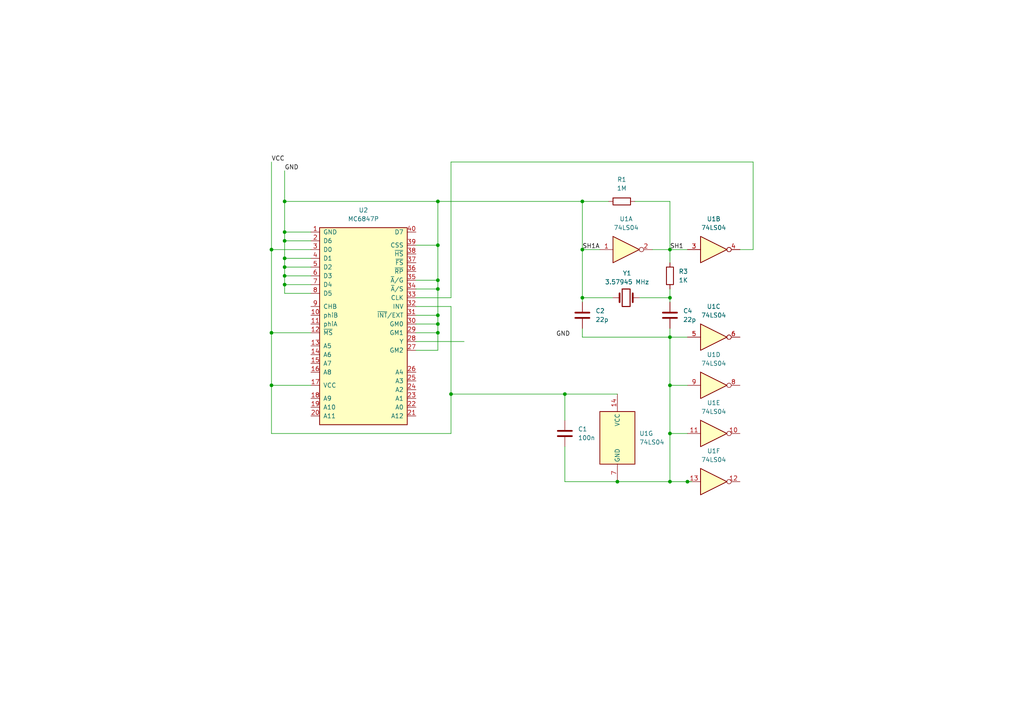
<source format=kicad_sch>
(kicad_sch (version 20231120) (generator "eeschema") (generator_version "8.0")
  (paper "A4")
  (lib_symbols
    (symbol "74xx:74LS04"
      (property "Reference" "U" (at 0 1.27 0))
      (property "Value" "74LS04" (at 0 -1.27 0))
      (symbol "74LS04_1_0"
        (polyline (pts (xy -3.81 3.81) (xy -3.81 -3.81) (xy 3.81 0) (xy -3.81 3.81)) (stroke (width 0.254)) (fill (type background)))
        (pin input line (at -7.62 0 0) (length 3.81) (name "~") (number "1"))
        (pin output inverted (at 7.62 0 180) (length 3.81) (name "~") (number "2"))
      )
      (symbol "74LS04_2_0"
        (polyline (pts (xy -3.81 3.81) (xy -3.81 -3.81) (xy 3.81 0) (xy -3.81 3.81)) (stroke (width 0.254)) (fill (type background)))
        (pin input line (at -7.62 0 0) (length 3.81) (name "~") (number "3"))
        (pin output inverted (at 7.62 0 180) (length 3.81) (name "~") (number "4"))
      )
      (symbol "74LS04_3_0"
        (polyline (pts (xy -3.81 3.81) (xy -3.81 -3.81) (xy 3.81 0) (xy -3.81 3.81)) (stroke (width 0.254)) (fill (type background)))
        (pin input line (at -7.62 0 0) (length 3.81) (name "~") (number "5"))
        (pin output inverted (at 7.62 0 180) (length 3.81) (name "~") (number "6"))
      )
      (symbol "74LS04_4_0"
        (polyline (pts (xy -3.81 3.81) (xy -3.81 -3.81) (xy 3.81 0) (xy -3.81 3.81)) (stroke (width 0.254)) (fill (type background)))
        (pin output inverted (at 7.62 0 180) (length 3.81) (name "~") (number "8"))
        (pin input line (at -7.62 0 0) (length 3.81) (name "~") (number "9"))
      )
      (symbol "74LS04_5_0"
        (polyline (pts (xy -3.81 3.81) (xy -3.81 -3.81) (xy 3.81 0) (xy -3.81 3.81)) (stroke (width 0.254)) (fill (type background)))
        (pin output inverted (at 7.62 0 180) (length 3.81) (name "~") (number "10"))
        (pin input line (at -7.62 0 0) (length 3.81) (name "~") (number "11"))
      )
      (symbol "74LS04_6_0"
        (polyline (pts (xy -3.81 3.81) (xy -3.81 -3.81) (xy 3.81 0) (xy -3.81 3.81)) (stroke (width 0.254)) (fill (type background)))
        (pin output inverted (at 7.62 0 180) (length 3.81) (name "~") (number "12"))
        (pin input line (at -7.62 0 0) (length 3.81) (name "~") (number "13"))
      )
      (symbol "74LS04_7_0"
        (pin power_in line (at 0 12.7 270) (length 5.08) (name "VCC") (number "14"))
        (pin power_in line (at 0 -12.7 90) (length 5.08) (name "GND") (number "7"))
      )
      (symbol "74LS04_7_1"
        (rectangle (start -5.08 7.62) (end 5.08 -7.62) (stroke (width 0.254)) (fill (type background)))
      )
    )
    (symbol "Device:C" (pin_numbers hide) (pin_names (offset 0.254))
      (property "Reference" "C" (at 0.635 2.54 0))
      (property "Value" "C" (at 0.635 -2.54 0))
      (symbol "C_0_1"
        (polyline (pts (xy -2.032 -0.762) (xy 2.032 -0.762)) (stroke (width 0.508)))
        (polyline (pts (xy -2.032 0.762) (xy 2.032 0.762)) (stroke (width 0.508)))
      )
      (symbol "C_1_1"
        (pin passive line (at 0 3.81 270) (length 2.794) (name "~") (number "1"))
        (pin passive line (at 0 -3.81 90) (length 2.794) (name "~") (number "2"))
      )
    )
    (symbol "Device:Crystal" (pin_numbers hide) (pin_names (offset 1.016) hide)
      (property "Reference" "Y" (at 0 3.81 0))
      (property "Value" "Crystal" (at 0 -3.81 0))
      (symbol "Crystal_0_1"
        (rectangle (start -1.143 2.54) (end 1.143 -2.54) (stroke (width 0.3048)))
        (polyline (pts (xy -2.54 0) (xy -1.905 0)))
        (polyline (pts (xy -1.905 -1.27) (xy -1.905 1.27)) (stroke (width 0.508)))
        (polyline (pts (xy 1.905 -1.27) (xy 1.905 1.27)) (stroke (width 0.508)))
        (polyline (pts (xy 2.54 0) (xy 1.905 0)))
      )
      (symbol "Crystal_1_1"
        (pin passive line (at -3.81 0 0) (length 1.27) (name "1") (number "1"))
        (pin passive line (at 3.81 0 180) (length 1.27) (name "2") (number "2"))
      )
    )
    (symbol "Device:R" (pin_numbers hide) (pin_names (offset 0))
      (property "Reference" "R" (at 2.032 0 90))
      (property "Value" "R" (at 0 0 90))
      (symbol "R_0_1"
        (rectangle (start -1.016 -2.54) (end 1.016 2.54) (stroke (width 0.254)))
      )
      (symbol "R_1_1"
        (pin passive line (at 0 3.81 270) (length 1.27) (name "~") (number "1"))
        (pin passive line (at 0 -3.81 90) (length 1.27) (name "~") (number "2"))
      )
    )
    (symbol "myGPU:MC6847P" (pin_names (offset 1.016))
      (property "Reference" "U" (at -10.16 34.29 0))
      (property "Value" "MC6847P" (at 12.7 34.29 0))
      (symbol "MC6847P_0_1"
        (rectangle (start -12.7 33.02) (end 12.7 -24.13) (stroke (width 0.254)) (fill (type background)))
      )
      (symbol "MC6847P_1_1"
        (pin power_in line (at -15.24 31.75 0) (length 2.54) (name "GND") (number "1"))
        (pin output line (at -15.24 7.62 0) (length 2.54) (name "phiB") (number "10"))
        (pin output line (at -15.24 5.08 0) (length 2.54) (name "phiA") (number "11"))
        (pin output line (at -15.24 2.54 0) (length 2.54) (name "~{MS}") (number "12"))
        (pin output line (at -15.24 -1.27 0) (length 2.54) (name "A5") (number "13"))
        (pin output line (at -15.24 -3.81 0) (length 2.54) (name "A6") (number "14"))
        (pin output line (at -15.24 -6.35 0) (length 2.54) (name "A7") (number "15"))
        (pin output line (at -15.24 -8.89 0) (length 2.54) (name "A8") (number "16"))
        (pin power_in line (at -15.24 -12.7 0) (length 2.54) (name "VCC") (number "17"))
        (pin output line (at -15.24 -16.51 0) (length 2.54) (name "A9") (number "18"))
        (pin output line (at -15.24 -19.05 0) (length 2.54) (name "A10") (number "19"))
        (pin input line (at -15.24 29.21 0) (length 2.54) (name "D6") (number "2"))
        (pin output line (at -15.24 -21.59 0) (length 2.54) (name "A11") (number "20"))
        (pin output line (at 15.24 -21.59 180) (length 2.54) (name "A12") (number "21"))
        (pin output line (at 15.24 -19.05 180) (length 2.54) (name "A0") (number "22"))
        (pin output line (at 15.24 -16.51 180) (length 2.54) (name "A1") (number "23"))
        (pin output line (at 15.24 -13.97 180) (length 2.54) (name "A2") (number "24"))
        (pin output line (at 15.24 -11.43 180) (length 2.54) (name "A3") (number "25"))
        (pin output line (at 15.24 -8.89 180) (length 2.54) (name "A4") (number "26"))
        (pin input line (at 15.24 -2.54 180) (length 2.54) (name "GM2") (number "27"))
        (pin input line (at 15.24 0 180) (length 2.54) (name "Y") (number "28"))
        (pin input line (at 15.24 2.54 180) (length 2.54) (name "GM1") (number "29"))
        (pin input line (at -15.24 26.67 0) (length 2.54) (name "D0") (number "3"))
        (pin input line (at 15.24 5.08 180) (length 2.54) (name "GM0") (number "30"))
        (pin input line (at 15.24 7.62 180) (length 2.54) (name "~{INT}/EXT") (number "31"))
        (pin input line (at 15.24 10.16 180) (length 2.54) (name "INV") (number "32"))
        (pin input line (at 15.24 12.7 180) (length 2.54) (name "CLK") (number "33"))
        (pin input line (at 15.24 15.24 180) (length 2.54) (name "~{A}/S") (number "34"))
        (pin input line (at 15.24 17.78 180) (length 2.54) (name "~{A}/G") (number "35"))
        (pin output line (at 15.24 20.32 180) (length 2.54) (name "~{RP}") (number "36"))
        (pin output line (at 15.24 22.86 180) (length 2.54) (name "~{FS}") (number "37"))
        (pin output line (at 15.24 25.4 180) (length 2.54) (name "~{HS}") (number "38"))
        (pin input line (at 15.24 27.94 180) (length 2.54) (name "CSS") (number "39"))
        (pin input line (at -15.24 24.13 0) (length 2.54) (name "D1") (number "4"))
        (pin input line (at 15.24 31.75 180) (length 2.54) (name "D7") (number "40"))
        (pin input line (at -15.24 21.59 0) (length 2.54) (name "D2") (number "5"))
        (pin input line (at -15.24 19.05 0) (length 2.54) (name "D3") (number "6"))
        (pin input line (at -15.24 16.51 0) (length 2.54) (name "D4") (number "7"))
        (pin input line (at -15.24 13.97 0) (length 2.54) (name "D5") (number "8"))
        (pin output line (at -15.24 10.16 0) (length 2.54) (name "CHB") (number "9"))
      )
    )
  )
  (junction (at 127 96.52))
  (junction (at 168.91 72.39))
  (junction (at 78.74 111.76))
  (junction (at 168.91 86.36))
  (junction (at 199.39 139.7))
  (junction (at 168.91 58.42))
  (junction (at 82.55 58.42))
  (junction (at 179.07 139.7))
  (junction (at 82.55 74.93))
  (junction (at 194.31 139.7))
  (junction (at 127 71.12))
  (junction (at 82.55 82.55))
  (junction (at 82.55 67.31))
  (junction (at 82.55 77.47))
  (junction (at 127 81.28))
  (junction (at 194.31 97.79))
  (junction (at 163.83 114.3))
  (junction (at 194.31 125.73))
  (junction (at 194.31 86.36))
  (junction (at 127 91.44))
  (junction (at 127 83.82))
  (junction (at 78.74 72.39))
  (junction (at 127 93.98))
  (junction (at 78.74 96.52))
  (junction (at 194.31 111.76))
  (junction (at 194.31 72.39))
  (junction (at 82.55 80.01))
  (junction (at 127 58.42))
  (junction (at 130.81 114.3))
  (junction (at 82.55 69.85))
  (wire (pts (xy 194.31 86.36) (xy 194.31 87.63)))
  (wire (pts (xy 127 71.12) (xy 127 81.28)))
  (wire (pts (xy 179.07 139.7) (xy 194.31 139.7)))
  (wire (pts (xy 127 91.44) (xy 127 93.98)))
  (wire (pts (xy 127 58.42) (xy 168.91 58.42)))
  (wire (pts (xy 120.65 86.36) (xy 130.81 86.36)))
  (wire (pts (xy 168.91 72.39) (xy 168.91 86.36)))
  (wire (pts (xy 78.74 46.99) (xy 78.74 72.39)))
  (wire (pts (xy 199.39 125.73) (xy 194.31 125.73)))
  (wire (pts (xy 78.74 96.52) (xy 78.74 72.39)))
  (wire (pts (xy 120.65 91.44) (xy 127 91.44)))
  (wire (pts (xy 168.91 95.25) (xy 168.91 97.79)))
  (wire (pts (xy 90.17 85.09) (xy 82.55 85.09)))
  (wire (pts (xy 82.55 67.31) (xy 90.17 67.31)))
  (wire (pts (xy 120.65 99.06) (xy 134.62 99.06)))
  (wire (pts (xy 120.65 83.82) (xy 127 83.82)))
  (wire (pts (xy 189.23 72.39) (xy 194.31 72.39)))
  (wire (pts (xy 214.63 72.39) (xy 218.44 72.39)))
  (wire (pts (xy 185.42 86.36) (xy 194.31 86.36)))
  (wire (pts (xy 200.66 139.7) (xy 199.39 139.7)))
  (wire (pts (xy 127 58.42) (xy 82.55 58.42)))
  (wire (pts (xy 78.74 111.76) (xy 78.74 125.73)))
  (wire (pts (xy 130.81 114.3) (xy 130.81 88.9)))
  (wire (pts (xy 194.31 83.82) (xy 194.31 86.36)))
  (wire (pts (xy 78.74 96.52) (xy 90.17 96.52)))
  (wire (pts (xy 168.91 58.42) (xy 176.53 58.42)))
  (wire (pts (xy 90.17 74.93) (xy 82.55 74.93)))
  (wire (pts (xy 194.31 97.79) (xy 199.39 97.79)))
  (wire (pts (xy 163.83 129.54) (xy 163.83 139.7)))
  (wire (pts (xy 90.17 77.47) (xy 82.55 77.47)))
  (wire (pts (xy 120.65 81.28) (xy 127 81.28)))
  (wire (pts (xy 168.91 87.63) (xy 168.91 86.36)))
  (wire (pts (xy 127 81.28) (xy 127 83.82)))
  (wire (pts (xy 168.91 58.42) (xy 168.91 72.39)))
  (wire (pts (xy 218.44 46.99) (xy 218.44 72.39)))
  (wire (pts (xy 163.83 139.7) (xy 179.07 139.7)))
  (wire (pts (xy 194.31 72.39) (xy 199.39 72.39)))
  (wire (pts (xy 163.83 114.3) (xy 179.07 114.3)))
  (wire (pts (xy 127 71.12) (xy 127 58.42)))
  (wire (pts (xy 78.74 111.76) (xy 78.74 96.52)))
  (wire (pts (xy 163.83 121.92) (xy 163.83 114.3)))
  (wire (pts (xy 199.39 139.7) (xy 194.31 139.7)))
  (wire (pts (xy 82.55 77.47) (xy 82.55 74.93)))
  (wire (pts (xy 194.31 125.73) (xy 194.31 111.76)))
  (wire (pts (xy 90.17 82.55) (xy 82.55 82.55)))
  (wire (pts (xy 82.55 58.42) (xy 82.55 67.31)))
  (wire (pts (xy 130.81 86.36) (xy 130.81 46.99)))
  (wire (pts (xy 130.81 46.99) (xy 218.44 46.99)))
  (wire (pts (xy 82.55 82.55) (xy 82.55 80.01)))
  (wire (pts (xy 168.91 72.39) (xy 173.99 72.39)))
  (wire (pts (xy 78.74 72.39) (xy 90.17 72.39)))
  (wire (pts (xy 127 83.82) (xy 127 91.44)))
  (wire (pts (xy 90.17 69.85) (xy 82.55 69.85)))
  (wire (pts (xy 82.55 74.93) (xy 82.55 69.85)))
  (wire (pts (xy 168.91 86.36) (xy 177.8 86.36)))
  (wire (pts (xy 78.74 125.73) (xy 130.81 125.73)))
  (wire (pts (xy 130.81 125.73) (xy 130.81 114.3)))
  (wire (pts (xy 120.65 71.12) (xy 127 71.12)))
  (wire (pts (xy 120.65 88.9) (xy 130.81 88.9)))
  (wire (pts (xy 82.55 49.53) (xy 82.55 58.42)))
  (wire (pts (xy 82.55 69.85) (xy 82.55 67.31)))
  (wire (pts (xy 120.65 101.6) (xy 127 101.6)))
  (wire (pts (xy 199.39 111.76) (xy 194.31 111.76)))
  (wire (pts (xy 194.31 72.39) (xy 194.31 76.2)))
  (wire (pts (xy 127 101.6) (xy 127 96.52)))
  (wire (pts (xy 194.31 111.76) (xy 194.31 97.79)))
  (wire (pts (xy 168.91 97.79) (xy 194.31 97.79)))
  (wire (pts (xy 194.31 95.25) (xy 194.31 97.79)))
  (wire (pts (xy 82.55 85.09) (xy 82.55 82.55)))
  (wire (pts (xy 82.55 80.01) (xy 82.55 77.47)))
  (wire (pts (xy 90.17 80.01) (xy 82.55 80.01)))
  (wire (pts (xy 194.31 58.42) (xy 194.31 72.39)))
  (wire (pts (xy 194.31 139.7) (xy 194.31 125.73)))
  (wire (pts (xy 120.65 93.98) (xy 127 93.98)))
  (wire (pts (xy 90.17 111.76) (xy 78.74 111.76)))
  (wire (pts (xy 184.15 58.42) (xy 194.31 58.42)))
  (wire (pts (xy 130.81 114.3) (xy 163.83 114.3)))
  (wire (pts (xy 127 93.98) (xy 127 96.52)))
  (wire (pts (xy 120.65 96.52) (xy 127 96.52)))
  (label "SH1" (at 194.31 72.39 0))
  (label "SH1A" (at 168.91 72.39 0))
  (label "VCC" (at 78.74 46.99 0))
  (label "GND" (at 161.29 97.79 0))
  (label "GND" (at 82.55 49.53 0))
  (symbol (lib_id "Device:R") (at 180.34 58.42 270) (unit 1)
    (property "Reference" "R1" (at 180.34 52.07 90))
    (property "Value" "1M" (at 180.34 54.61 90))
    (property "Footprint" "Resistor_THT:R_Axial_DIN0207_L6.3mm_D2.5mm_P7.62mm_Horizontal" (effects (hide yes)))
    (property "Description" "Resistor" (effects (hide yes)))
  )
  (symbol (lib_id "74xx:74LS04") (at 207.01 72.39 0) (unit 2)
    (property "Reference" "U1" (at 207.01 63.5 0))
    (property "Value" "74LS04" (at 207.01 66.04 0))
    (property "Datasheet" "http://www.ti.com/lit/gpn/sn74LS04" (effects (hide yes)))
    (property "Description" "Hex Inverter" (effects (hide yes)))
  )
  (symbol (lib_id "Device:Crystal") (at 181.61 86.36 0) (unit 1)
    (property "Reference" "Y1" (at 181.864 79.248 0))
    (property "Value" "3.57945 MHz" (at 181.864 81.788 0))
    (property "Footprint" "Crystal:Resonator-2Pin_W10.0mm_H5.0mm" (effects (hide yes)))
    (property "Description" "Two pin crystal" (effects (hide yes)))
  )
  (symbol (lib_id "74xx:74LS04") (at 207.01 125.73 0) (unit 5)
    (property "Reference" "U1" (at 207.01 116.84 0))
    (property "Value" "74LS04" (at 207.01 119.38 0))
    (property "Datasheet" "http://www.ti.com/lit/gpn/sn74LS04" (effects (hide yes)))
    (property "Description" "Hex Inverter" (effects (hide yes)))
  )
  (symbol (lib_id "74xx:74LS04") (at 207.01 111.76 0) (unit 4)
    (property "Reference" "U1" (at 207.01 102.87 0))
    (property "Value" "74LS04" (at 207.01 105.41 0))
    (property "Datasheet" "http://www.ti.com/lit/gpn/sn74LS04" (effects (hide yes)))
    (property "Description" "Hex Inverter" (effects (hide yes)))
  )
  (symbol (lib_id "myGPU:MC6847P") (at 105.41 99.06 0) (unit 1)
    (property "Reference" "U2" (at 105.41 60.96 0))
    (property "Value" "MC6847P" (at 105.41 63.5 0))
    (property "Footprint" "Package_DIP:DIP-40_W15.24mm" (effects (hide yes)))
    (property "Datasheet" "https://colorcomputerarchive.com/repo/Documents/Datasheets/MC6847%20MOS%20Video%20Display%20Generator%20(Motorola).pdf" (effects (hide yes)))
    (property "Description" "VDG, DIP-40" (effects (hide yes)))
  )
  (symbol (lib_id "Device:R") (at 194.31 80.01 0) (unit 1)
    (property "Reference" "R3" (at 196.85 78.7399 0) (effects (justify left)))
    (property "Value" "1K" (at 196.85 81.2799 0) (effects (justify left)))
    (property "Footprint" "Resistor_THT:R_Axial_DIN0207_L6.3mm_D2.5mm_P7.62mm_Horizontal" (effects (hide yes)))
    (property "Description" "Resistor" (effects (hide yes)))
  )
  (symbol (lib_id "Device:C") (at 163.83 125.73 0) (unit 1)
    (property "Reference" "C1" (at 167.64 124.4599 0) (effects (justify left)))
    (property "Value" "100n" (at 167.64 126.9999 0) (effects (justify left)))
    (property "Footprint" "Capacitor_THT:C_Disc_D3.0mm_W1.6mm_P2.50mm" (effects (hide yes)))
    (property "Description" "Unpolarized capacitor" (effects (hide yes)))
  )
  (symbol (lib_id "74xx:74LS04") (at 207.01 97.79 0) (unit 3)
    (property "Reference" "U1" (at 207.01 88.9 0))
    (property "Value" "74LS04" (at 207.01 91.44 0))
    (property "Datasheet" "http://www.ti.com/lit/gpn/sn74LS04" (effects (hide yes)))
    (property "Description" "Hex Inverter" (effects (hide yes)))
  )
  (symbol (lib_id "74xx:74LS04") (at 179.07 127 0) (unit 7)
    (property "Reference" "U1" (at 185.42 125.7299 0) (effects (justify left)))
    (property "Value" "74LS04" (at 185.42 128.2699 0) (effects (justify left)))
    (property "Datasheet" "http://www.ti.com/lit/gpn/sn74LS04" (effects (hide yes)))
    (property "Description" "Hex Inverter" (effects (hide yes)))
  )
  (symbol (lib_id "Device:C") (at 168.91 91.44 0) (unit 1)
    (property "Reference" "C2" (at 172.72 90.1699 0) (effects (justify left)))
    (property "Value" "22p" (at 172.72 92.7099 0) (effects (justify left)))
    (property "Footprint" "Capacitor_THT:C_Disc_D3.0mm_W1.6mm_P2.50mm" (effects (hide yes)))
    (property "Description" "Unpolarized capacitor" (effects (hide yes)))
  )
  (symbol (lib_id "Device:C") (at 194.31 91.44 0) (unit 1)
    (property "Reference" "C4" (at 198.12 90.1699 0) (effects (justify left)))
    (property "Value" "22p" (at 198.12 92.7099 0) (effects (justify left)))
    (property "Footprint" "Capacitor_THT:C_Disc_D3.0mm_W1.6mm_P2.50mm" (effects (hide yes)))
    (property "Description" "Unpolarized capacitor" (effects (hide yes)))
  )
  (symbol (lib_id "74xx:74LS04") (at 181.61 72.39 0) (unit 1)
    (property "Reference" "U1" (at 181.61 63.5 0))
    (property "Value" "74LS04" (at 181.61 66.04 0))
    (property "Datasheet" "http://www.ti.com/lit/gpn/sn74LS04" (effects (hide yes)))
    (property "Description" "Hex Inverter" (effects (hide yes)))
  )
  (symbol (lib_id "74xx:74LS04") (at 207.01 139.7 0) (unit 6)
    (property "Reference" "U1" (at 207.01 130.81 0))
    (property "Value" "74LS04" (at 207.01 133.35 0))
    (property "Datasheet" "http://www.ti.com/lit/gpn/sn74LS04" (effects (hide yes)))
    (property "Description" "Hex Inverter" (effects (hide yes)))
  )
)
</source>
